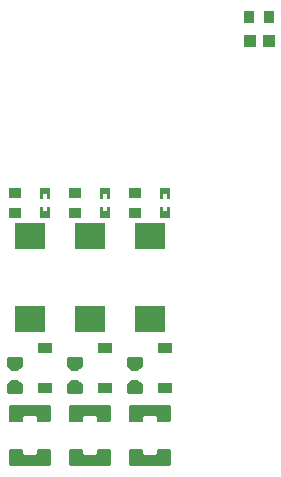
<source format=gtp>
G04 Layer: TopPasteMaskLayer*
G04 EasyEDA v6.5.32, 2023-07-25 14:04:49*
G04 e29bc2ffff424919aeca0c2d5bcb6023,5a6b42c53f6a479593ecc07194224c93,10*
G04 Gerber Generator version 0.2*
G04 Scale: 100 percent, Rotated: No, Reflected: No *
G04 Dimensions in millimeters *
G04 leading zeros omitted , absolute positions ,4 integer and 5 decimal *
%FSLAX45Y45*%
%MOMM*%

%AMMACRO1*21,1,$1,$2,0,0,$3*%
%ADD10R,1.0000X1.1000*%
%ADD11R,0.8999X1.0000*%
%ADD12MACRO1,2.592X2.2075X0.0000*%
%ADD13R,2.5920X2.2075*%
%ADD14R,1.0000X0.8999*%
%ADD15R,1.1500X0.9500*%

%LPD*%
G36*
X3137052Y2287676D02*
G01*
X3127044Y2277668D01*
X3127044Y2156968D01*
X3137052Y2147011D01*
X3232505Y2147011D01*
X3242513Y2156968D01*
X3242513Y2184806D01*
X3252520Y2194814D01*
X3351479Y2194814D01*
X3361486Y2184806D01*
X3361486Y2156968D01*
X3371494Y2147011D01*
X3466947Y2147011D01*
X3476955Y2156968D01*
X3476955Y2277668D01*
X3466947Y2287676D01*
G37*
G36*
X3137052Y1916988D02*
G01*
X3127044Y1906981D01*
X3127044Y1786331D01*
X3137052Y1776323D01*
X3466947Y1776323D01*
X3476955Y1786331D01*
X3476955Y1906981D01*
X3466947Y1916988D01*
X3371494Y1916988D01*
X3361486Y1906981D01*
X3361486Y1879142D01*
X3351479Y1869186D01*
X3252520Y1869186D01*
X3242513Y1879142D01*
X3242513Y1906981D01*
X3232505Y1916988D01*
G37*
G36*
X2629052Y2287676D02*
G01*
X2619044Y2277668D01*
X2619044Y2156968D01*
X2629052Y2147011D01*
X2724505Y2147011D01*
X2734513Y2156968D01*
X2734513Y2184806D01*
X2744520Y2194814D01*
X2843479Y2194814D01*
X2853486Y2184806D01*
X2853486Y2156968D01*
X2863494Y2147011D01*
X2958947Y2147011D01*
X2968955Y2156968D01*
X2968955Y2277668D01*
X2958947Y2287676D01*
G37*
G36*
X2629052Y1916988D02*
G01*
X2619044Y1906981D01*
X2619044Y1786331D01*
X2629052Y1776323D01*
X2958947Y1776323D01*
X2968955Y1786331D01*
X2968955Y1906981D01*
X2958947Y1916988D01*
X2863494Y1916988D01*
X2853486Y1906981D01*
X2853486Y1879142D01*
X2843479Y1869186D01*
X2744520Y1869186D01*
X2734513Y1879142D01*
X2734513Y1906981D01*
X2724505Y1916988D01*
G37*
G36*
X2121052Y2287676D02*
G01*
X2111044Y2277668D01*
X2111044Y2156968D01*
X2121052Y2147011D01*
X2216505Y2147011D01*
X2226513Y2156968D01*
X2226513Y2184806D01*
X2236520Y2194814D01*
X2335479Y2194814D01*
X2345486Y2184806D01*
X2345486Y2156968D01*
X2355494Y2147011D01*
X2450947Y2147011D01*
X2460955Y2156968D01*
X2460955Y2277668D01*
X2450947Y2287676D01*
G37*
G36*
X2121052Y1916988D02*
G01*
X2111044Y1906981D01*
X2111044Y1786331D01*
X2121052Y1776323D01*
X2450947Y1776323D01*
X2460955Y1786331D01*
X2460955Y1906981D01*
X2450947Y1916988D01*
X2355494Y1916988D01*
X2345486Y1906981D01*
X2345486Y1879142D01*
X2335479Y1869186D01*
X2236520Y1869186D01*
X2226513Y1879142D01*
X2226513Y1906981D01*
X2216505Y1916988D01*
G37*
G36*
X3388969Y3966006D02*
G01*
X3383991Y3960977D01*
X3383991Y3880967D01*
X3388969Y3875989D01*
X3468979Y3875989D01*
X3474008Y3880967D01*
X3474008Y3960977D01*
X3468979Y3966006D01*
X3446170Y3966006D01*
X3446170Y3928973D01*
X3413201Y3928973D01*
X3413201Y3966006D01*
G37*
G36*
X3388969Y4125010D02*
G01*
X3383991Y4119981D01*
X3383991Y4040987D01*
X3388969Y4036009D01*
X3413201Y4036009D01*
X3413201Y4074007D01*
X3446170Y4074007D01*
X3446170Y4036009D01*
X3468979Y4036009D01*
X3474008Y4040987D01*
X3474008Y4119981D01*
X3468979Y4125010D01*
G37*
G36*
X2880969Y3966006D02*
G01*
X2875991Y3960977D01*
X2875991Y3880967D01*
X2880969Y3875989D01*
X2960979Y3875989D01*
X2966008Y3880967D01*
X2966008Y3960977D01*
X2960979Y3966006D01*
X2938170Y3966006D01*
X2938170Y3928973D01*
X2905201Y3928973D01*
X2905201Y3966006D01*
G37*
G36*
X2880969Y4125010D02*
G01*
X2875991Y4119981D01*
X2875991Y4040987D01*
X2880969Y4036009D01*
X2905201Y4036009D01*
X2905201Y4074007D01*
X2938170Y4074007D01*
X2938170Y4036009D01*
X2960979Y4036009D01*
X2966008Y4040987D01*
X2966008Y4119981D01*
X2960979Y4125010D01*
G37*
G36*
X2372969Y3966006D02*
G01*
X2367991Y3960977D01*
X2367991Y3880967D01*
X2372969Y3875989D01*
X2452979Y3875989D01*
X2458008Y3880967D01*
X2458008Y3960977D01*
X2452979Y3966006D01*
X2430170Y3966006D01*
X2430170Y3928973D01*
X2397201Y3928973D01*
X2397201Y3966006D01*
G37*
G36*
X2372969Y4125010D02*
G01*
X2367991Y4119981D01*
X2367991Y4040987D01*
X2372969Y4036009D01*
X2397201Y4036009D01*
X2397201Y4074007D01*
X2430170Y4074007D01*
X2430170Y4036009D01*
X2452979Y4036009D01*
X2458008Y4040987D01*
X2458008Y4119981D01*
X2452979Y4125010D01*
G37*
G36*
X3116122Y2693263D02*
G01*
X3106115Y2683256D01*
X3106115Y2614523D01*
X3152952Y2575966D01*
X3197047Y2575966D01*
X3243834Y2614523D01*
X3243834Y2683256D01*
X3233826Y2693263D01*
G37*
G36*
X3152952Y2503982D02*
G01*
X3106115Y2465476D01*
X3106115Y2396744D01*
X3116122Y2386736D01*
X3233826Y2386736D01*
X3243834Y2396744D01*
X3243834Y2465476D01*
X3197047Y2503982D01*
G37*
G36*
X2608122Y2693263D02*
G01*
X2598115Y2683256D01*
X2598115Y2614523D01*
X2644952Y2575966D01*
X2689047Y2575966D01*
X2735834Y2614523D01*
X2735834Y2683256D01*
X2725826Y2693263D01*
G37*
G36*
X2644952Y2503982D02*
G01*
X2598115Y2465476D01*
X2598115Y2396744D01*
X2608122Y2386736D01*
X2725826Y2386736D01*
X2735834Y2396744D01*
X2735834Y2465476D01*
X2689047Y2503982D01*
G37*
G36*
X2100122Y2693263D02*
G01*
X2090115Y2683256D01*
X2090115Y2614523D01*
X2136952Y2575966D01*
X2181047Y2575966D01*
X2227834Y2614523D01*
X2227834Y2683256D01*
X2217826Y2693263D01*
G37*
G36*
X2136952Y2503982D02*
G01*
X2090115Y2465476D01*
X2090115Y2396744D01*
X2100122Y2386736D01*
X2217826Y2386736D01*
X2227834Y2396744D01*
X2227834Y2465476D01*
X2181047Y2503982D01*
G37*
D10*
G01*
X4149090Y5372100D03*
G01*
X4309084Y5372100D03*
D11*
G01*
X4144086Y5575300D03*
G01*
X4314088Y5575300D03*
D12*
G01*
X3301992Y3014367D03*
D13*
G01*
X3302000Y3716604D03*
D14*
G01*
X3174974Y4085488D03*
G01*
X3174974Y3915511D03*
D12*
G01*
X2793992Y3014367D03*
D13*
G01*
X2794000Y3716604D03*
D14*
G01*
X2667000Y3915486D03*
G01*
X2667000Y4085488D03*
G01*
X2159000Y3915486D03*
G01*
X2159000Y4085488D03*
D12*
G01*
X2285992Y3014367D03*
D13*
G01*
X2286000Y3716604D03*
D15*
G01*
X3429000Y2772740D03*
G01*
X3429000Y2434259D03*
G01*
X2921000Y2772740D03*
G01*
X2921000Y2434259D03*
G01*
X2413000Y2772740D03*
G01*
X2413000Y2434259D03*
M02*

</source>
